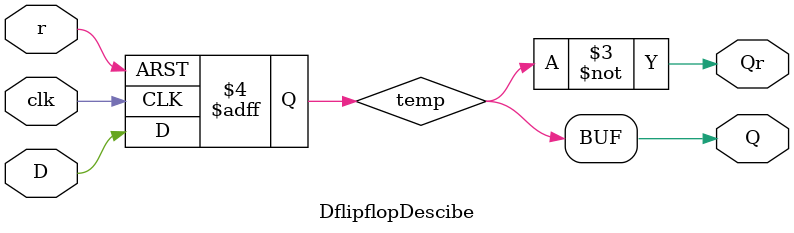
<source format=v>
module Dflipflop(s,r,clk,D,Q,Qr);
	input wire s,r,clk,D;
	output wire Q,Qr;
	nand(L1,s,L4,L2);
	nand(L2,L1,r,clk);
	nand(L3,L2,clk,L4);
	nand(L4,L3,r,D);
	nand(Q,s,L2,Qr);
	nand(Qr,Q,r,L3);
endmodule

module DflipflopDescibe(clk,r,D,Q,Qr);
	input wire clk,D,r;
	reg temp;
	output wire Q,Qr;
	always@(posedge clk or negedge r)
	begin
		if(r==1'b0) temp<=4'b0000;
		else temp<=D;
	end
	assign Q=temp;
	assign Qr=~temp;
endmodule

</source>
